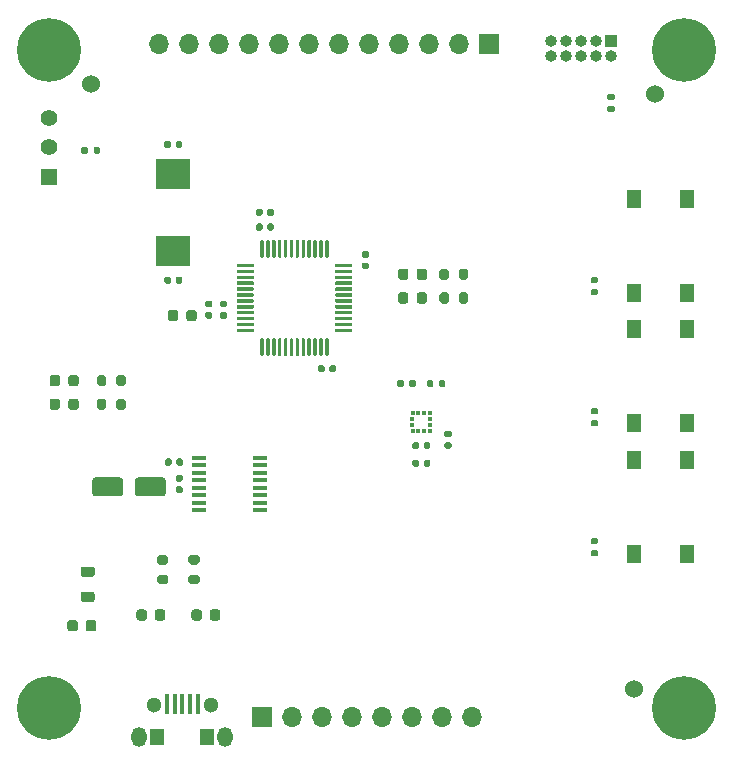
<source format=gbr>
%TF.GenerationSoftware,KiCad,Pcbnew,(5.1.9)-1*%
%TF.CreationDate,2021-05-17T17:29:26-07:00*%
%TF.ProjectId,dev_test_board_v1,6465765f-7465-4737-945f-626f6172645f,rev?*%
%TF.SameCoordinates,Original*%
%TF.FileFunction,Soldermask,Top*%
%TF.FilePolarity,Negative*%
%FSLAX46Y46*%
G04 Gerber Fmt 4.6, Leading zero omitted, Abs format (unit mm)*
G04 Created by KiCad (PCBNEW (5.1.9)-1) date 2021-05-17 17:29:26*
%MOMM*%
%LPD*%
G01*
G04 APERTURE LIST*
%ADD10R,1.275000X1.400000*%
%ADD11C,1.300000*%
%ADD12O,1.300000X1.700000*%
%ADD13R,0.400000X1.750000*%
%ADD14C,1.524000*%
%ADD15R,1.300000X1.550000*%
%ADD16R,1.400000X1.400000*%
%ADD17C,1.400000*%
%ADD18C,5.400000*%
%ADD19C,0.800000*%
%ADD20R,1.000000X1.000000*%
%ADD21O,1.000000X1.000000*%
%ADD22R,1.700000X1.700000*%
%ADD23O,1.700000X1.700000*%
%ADD24R,1.200000X0.400000*%
%ADD25R,0.350000X0.375000*%
%ADD26R,0.375000X0.350000*%
%ADD27R,3.000000X2.500000*%
G04 APERTURE END LIST*
D10*
%TO.C,J1*%
X202862500Y-127150000D03*
X207137500Y-127150000D03*
D11*
X202575000Y-124500000D03*
X207425000Y-124500000D03*
D12*
X201375000Y-127150000D03*
X208625000Y-127150000D03*
D13*
X203700000Y-124375000D03*
X206300000Y-124375000D03*
X205650000Y-124375000D03*
X204350000Y-124375000D03*
X205000000Y-124375000D03*
%TD*%
%TO.C,R2*%
G36*
G01*
X203075000Y-113425000D02*
X203625000Y-113425000D01*
G75*
G02*
X203825000Y-113625000I0J-200000D01*
G01*
X203825000Y-114025000D01*
G75*
G02*
X203625000Y-114225000I-200000J0D01*
G01*
X203075000Y-114225000D01*
G75*
G02*
X202875000Y-114025000I0J200000D01*
G01*
X202875000Y-113625000D01*
G75*
G02*
X203075000Y-113425000I200000J0D01*
G01*
G37*
G36*
G01*
X203075000Y-111775000D02*
X203625000Y-111775000D01*
G75*
G02*
X203825000Y-111975000I0J-200000D01*
G01*
X203825000Y-112375000D01*
G75*
G02*
X203625000Y-112575000I-200000J0D01*
G01*
X203075000Y-112575000D01*
G75*
G02*
X202875000Y-112375000I0J200000D01*
G01*
X202875000Y-111975000D01*
G75*
G02*
X203075000Y-111775000I200000J0D01*
G01*
G37*
%TD*%
%TO.C,R1*%
G36*
G01*
X205725000Y-113425000D02*
X206275000Y-113425000D01*
G75*
G02*
X206475000Y-113625000I0J-200000D01*
G01*
X206475000Y-114025000D01*
G75*
G02*
X206275000Y-114225000I-200000J0D01*
G01*
X205725000Y-114225000D01*
G75*
G02*
X205525000Y-114025000I0J200000D01*
G01*
X205525000Y-113625000D01*
G75*
G02*
X205725000Y-113425000I200000J0D01*
G01*
G37*
G36*
G01*
X205725000Y-111775000D02*
X206275000Y-111775000D01*
G75*
G02*
X206475000Y-111975000I0J-200000D01*
G01*
X206475000Y-112375000D01*
G75*
G02*
X206275000Y-112575000I-200000J0D01*
G01*
X205725000Y-112575000D01*
G75*
G02*
X205525000Y-112375000I0J200000D01*
G01*
X205525000Y-111975000D01*
G75*
G02*
X205725000Y-111775000I200000J0D01*
G01*
G37*
%TD*%
D14*
%TO.C,REF\u002A\u002A*%
X243250000Y-123150000D03*
%TD*%
%TO.C,REF\u002A\u002A*%
X197300000Y-71850000D03*
%TD*%
%TO.C,REF\u002A\u002A*%
X197300000Y-71850000D03*
%TD*%
%TO.C,REF\u002A\u002A*%
X245000000Y-72750000D03*
%TD*%
%TO.C,R13*%
G36*
G01*
X239715000Y-89240000D02*
X240085000Y-89240000D01*
G75*
G02*
X240220000Y-89375000I0J-135000D01*
G01*
X240220000Y-89645000D01*
G75*
G02*
X240085000Y-89780000I-135000J0D01*
G01*
X239715000Y-89780000D01*
G75*
G02*
X239580000Y-89645000I0J135000D01*
G01*
X239580000Y-89375000D01*
G75*
G02*
X239715000Y-89240000I135000J0D01*
G01*
G37*
G36*
G01*
X239715000Y-88220000D02*
X240085000Y-88220000D01*
G75*
G02*
X240220000Y-88355000I0J-135000D01*
G01*
X240220000Y-88625000D01*
G75*
G02*
X240085000Y-88760000I-135000J0D01*
G01*
X239715000Y-88760000D01*
G75*
G02*
X239580000Y-88625000I0J135000D01*
G01*
X239580000Y-88355000D01*
G75*
G02*
X239715000Y-88220000I135000J0D01*
G01*
G37*
%TD*%
%TO.C,R12*%
G36*
G01*
X239715000Y-100340000D02*
X240085000Y-100340000D01*
G75*
G02*
X240220000Y-100475000I0J-135000D01*
G01*
X240220000Y-100745000D01*
G75*
G02*
X240085000Y-100880000I-135000J0D01*
G01*
X239715000Y-100880000D01*
G75*
G02*
X239580000Y-100745000I0J135000D01*
G01*
X239580000Y-100475000D01*
G75*
G02*
X239715000Y-100340000I135000J0D01*
G01*
G37*
G36*
G01*
X239715000Y-99320000D02*
X240085000Y-99320000D01*
G75*
G02*
X240220000Y-99455000I0J-135000D01*
G01*
X240220000Y-99725000D01*
G75*
G02*
X240085000Y-99860000I-135000J0D01*
G01*
X239715000Y-99860000D01*
G75*
G02*
X239580000Y-99725000I0J135000D01*
G01*
X239580000Y-99455000D01*
G75*
G02*
X239715000Y-99320000I135000J0D01*
G01*
G37*
%TD*%
%TO.C,R11*%
G36*
G01*
X239715000Y-111340000D02*
X240085000Y-111340000D01*
G75*
G02*
X240220000Y-111475000I0J-135000D01*
G01*
X240220000Y-111745000D01*
G75*
G02*
X240085000Y-111880000I-135000J0D01*
G01*
X239715000Y-111880000D01*
G75*
G02*
X239580000Y-111745000I0J135000D01*
G01*
X239580000Y-111475000D01*
G75*
G02*
X239715000Y-111340000I135000J0D01*
G01*
G37*
G36*
G01*
X239715000Y-110320000D02*
X240085000Y-110320000D01*
G75*
G02*
X240220000Y-110455000I0J-135000D01*
G01*
X240220000Y-110725000D01*
G75*
G02*
X240085000Y-110860000I-135000J0D01*
G01*
X239715000Y-110860000D01*
G75*
G02*
X239580000Y-110725000I0J135000D01*
G01*
X239580000Y-110455000D01*
G75*
G02*
X239715000Y-110320000I135000J0D01*
G01*
G37*
%TD*%
D15*
%TO.C,SW4*%
X247740000Y-81605000D03*
X243240000Y-81605000D03*
X243240000Y-89555000D03*
X247740000Y-89555000D03*
%TD*%
%TO.C,SW3*%
X247740000Y-92655000D03*
X243240000Y-92655000D03*
X243240000Y-100605000D03*
X247740000Y-100605000D03*
%TD*%
%TO.C,D2*%
G36*
G01*
X194650000Y-98743750D02*
X194650000Y-99256250D01*
G75*
G02*
X194431250Y-99475000I-218750J0D01*
G01*
X193993750Y-99475000D01*
G75*
G02*
X193775000Y-99256250I0J218750D01*
G01*
X193775000Y-98743750D01*
G75*
G02*
X193993750Y-98525000I218750J0D01*
G01*
X194431250Y-98525000D01*
G75*
G02*
X194650000Y-98743750I0J-218750D01*
G01*
G37*
G36*
G01*
X196225000Y-98743750D02*
X196225000Y-99256250D01*
G75*
G02*
X196006250Y-99475000I-218750J0D01*
G01*
X195568750Y-99475000D01*
G75*
G02*
X195350000Y-99256250I0J218750D01*
G01*
X195350000Y-98743750D01*
G75*
G02*
X195568750Y-98525000I218750J0D01*
G01*
X196006250Y-98525000D01*
G75*
G02*
X196225000Y-98743750I0J-218750D01*
G01*
G37*
%TD*%
%TO.C,D3*%
G36*
G01*
X196225000Y-96743750D02*
X196225000Y-97256250D01*
G75*
G02*
X196006250Y-97475000I-218750J0D01*
G01*
X195568750Y-97475000D01*
G75*
G02*
X195350000Y-97256250I0J218750D01*
G01*
X195350000Y-96743750D01*
G75*
G02*
X195568750Y-96525000I218750J0D01*
G01*
X196006250Y-96525000D01*
G75*
G02*
X196225000Y-96743750I0J-218750D01*
G01*
G37*
G36*
G01*
X194650000Y-96743750D02*
X194650000Y-97256250D01*
G75*
G02*
X194431250Y-97475000I-218750J0D01*
G01*
X193993750Y-97475000D01*
G75*
G02*
X193775000Y-97256250I0J218750D01*
G01*
X193775000Y-96743750D01*
G75*
G02*
X193993750Y-96525000I218750J0D01*
G01*
X194431250Y-96525000D01*
G75*
G02*
X194650000Y-96743750I0J-218750D01*
G01*
G37*
%TD*%
%TO.C,R4*%
G36*
G01*
X197775000Y-97275000D02*
X197775000Y-96725000D01*
G75*
G02*
X197975000Y-96525000I200000J0D01*
G01*
X198375000Y-96525000D01*
G75*
G02*
X198575000Y-96725000I0J-200000D01*
G01*
X198575000Y-97275000D01*
G75*
G02*
X198375000Y-97475000I-200000J0D01*
G01*
X197975000Y-97475000D01*
G75*
G02*
X197775000Y-97275000I0J200000D01*
G01*
G37*
G36*
G01*
X199425000Y-97275000D02*
X199425000Y-96725000D01*
G75*
G02*
X199625000Y-96525000I200000J0D01*
G01*
X200025000Y-96525000D01*
G75*
G02*
X200225000Y-96725000I0J-200000D01*
G01*
X200225000Y-97275000D01*
G75*
G02*
X200025000Y-97475000I-200000J0D01*
G01*
X199625000Y-97475000D01*
G75*
G02*
X199425000Y-97275000I0J200000D01*
G01*
G37*
%TD*%
%TO.C,R3*%
G36*
G01*
X199425000Y-99275000D02*
X199425000Y-98725000D01*
G75*
G02*
X199625000Y-98525000I200000J0D01*
G01*
X200025000Y-98525000D01*
G75*
G02*
X200225000Y-98725000I0J-200000D01*
G01*
X200225000Y-99275000D01*
G75*
G02*
X200025000Y-99475000I-200000J0D01*
G01*
X199625000Y-99475000D01*
G75*
G02*
X199425000Y-99275000I0J200000D01*
G01*
G37*
G36*
G01*
X197775000Y-99275000D02*
X197775000Y-98725000D01*
G75*
G02*
X197975000Y-98525000I200000J0D01*
G01*
X198375000Y-98525000D01*
G75*
G02*
X198575000Y-98725000I0J-200000D01*
G01*
X198575000Y-99275000D01*
G75*
G02*
X198375000Y-99475000I-200000J0D01*
G01*
X197975000Y-99475000D01*
G75*
G02*
X197775000Y-99275000I0J200000D01*
G01*
G37*
%TD*%
D16*
%TO.C,SW1*%
X193750000Y-79750000D03*
D17*
X193750000Y-77250000D03*
X193750000Y-74750000D03*
%TD*%
%TO.C,C1*%
G36*
G01*
X197725000Y-117500000D02*
X197725000Y-118000000D01*
G75*
G02*
X197500000Y-118225000I-225000J0D01*
G01*
X197050000Y-118225000D01*
G75*
G02*
X196825000Y-118000000I0J225000D01*
G01*
X196825000Y-117500000D01*
G75*
G02*
X197050000Y-117275000I225000J0D01*
G01*
X197500000Y-117275000D01*
G75*
G02*
X197725000Y-117500000I0J-225000D01*
G01*
G37*
G36*
G01*
X196175000Y-117500000D02*
X196175000Y-118000000D01*
G75*
G02*
X195950000Y-118225000I-225000J0D01*
G01*
X195500000Y-118225000D01*
G75*
G02*
X195275000Y-118000000I0J225000D01*
G01*
X195275000Y-117500000D01*
G75*
G02*
X195500000Y-117275000I225000J0D01*
G01*
X195950000Y-117275000D01*
G75*
G02*
X196175000Y-117500000I0J-225000D01*
G01*
G37*
%TD*%
%TO.C,C2*%
G36*
G01*
X203600000Y-105450000D02*
X203600000Y-106550000D01*
G75*
G02*
X203350000Y-106800000I-250000J0D01*
G01*
X201250000Y-106800000D01*
G75*
G02*
X201000000Y-106550000I0J250000D01*
G01*
X201000000Y-105450000D01*
G75*
G02*
X201250000Y-105200000I250000J0D01*
G01*
X203350000Y-105200000D01*
G75*
G02*
X203600000Y-105450000I0J-250000D01*
G01*
G37*
G36*
G01*
X200000000Y-105450000D02*
X200000000Y-106550000D01*
G75*
G02*
X199750000Y-106800000I-250000J0D01*
G01*
X197650000Y-106800000D01*
G75*
G02*
X197400000Y-106550000I0J250000D01*
G01*
X197400000Y-105450000D01*
G75*
G02*
X197650000Y-105200000I250000J0D01*
G01*
X199750000Y-105200000D01*
G75*
G02*
X200000000Y-105450000I0J-250000D01*
G01*
G37*
%TD*%
%TO.C,C3*%
G36*
G01*
X204580000Y-104990000D02*
X204920000Y-104990000D01*
G75*
G02*
X205060000Y-105130000I0J-140000D01*
G01*
X205060000Y-105410000D01*
G75*
G02*
X204920000Y-105550000I-140000J0D01*
G01*
X204580000Y-105550000D01*
G75*
G02*
X204440000Y-105410000I0J140000D01*
G01*
X204440000Y-105130000D01*
G75*
G02*
X204580000Y-104990000I140000J0D01*
G01*
G37*
G36*
G01*
X204580000Y-105950000D02*
X204920000Y-105950000D01*
G75*
G02*
X205060000Y-106090000I0J-140000D01*
G01*
X205060000Y-106370000D01*
G75*
G02*
X204920000Y-106510000I-140000J0D01*
G01*
X204580000Y-106510000D01*
G75*
G02*
X204440000Y-106370000I0J140000D01*
G01*
X204440000Y-106090000D01*
G75*
G02*
X204580000Y-105950000I140000J0D01*
G01*
G37*
%TD*%
%TO.C,C4*%
G36*
G01*
X204100000Y-103730000D02*
X204100000Y-104070000D01*
G75*
G02*
X203960000Y-104210000I-140000J0D01*
G01*
X203680000Y-104210000D01*
G75*
G02*
X203540000Y-104070000I0J140000D01*
G01*
X203540000Y-103730000D01*
G75*
G02*
X203680000Y-103590000I140000J0D01*
G01*
X203960000Y-103590000D01*
G75*
G02*
X204100000Y-103730000I0J-140000D01*
G01*
G37*
G36*
G01*
X205060000Y-103730000D02*
X205060000Y-104070000D01*
G75*
G02*
X204920000Y-104210000I-140000J0D01*
G01*
X204640000Y-104210000D01*
G75*
G02*
X204500000Y-104070000I0J140000D01*
G01*
X204500000Y-103730000D01*
G75*
G02*
X204640000Y-103590000I140000J0D01*
G01*
X204920000Y-103590000D01*
G75*
G02*
X205060000Y-103730000I0J-140000D01*
G01*
G37*
%TD*%
%TO.C,C5*%
G36*
G01*
X208225000Y-116600000D02*
X208225000Y-117100000D01*
G75*
G02*
X208000000Y-117325000I-225000J0D01*
G01*
X207550000Y-117325000D01*
G75*
G02*
X207325000Y-117100000I0J225000D01*
G01*
X207325000Y-116600000D01*
G75*
G02*
X207550000Y-116375000I225000J0D01*
G01*
X208000000Y-116375000D01*
G75*
G02*
X208225000Y-116600000I0J-225000D01*
G01*
G37*
G36*
G01*
X206675000Y-116600000D02*
X206675000Y-117100000D01*
G75*
G02*
X206450000Y-117325000I-225000J0D01*
G01*
X206000000Y-117325000D01*
G75*
G02*
X205775000Y-117100000I0J225000D01*
G01*
X205775000Y-116600000D01*
G75*
G02*
X206000000Y-116375000I225000J0D01*
G01*
X206450000Y-116375000D01*
G75*
G02*
X206675000Y-116600000I0J-225000D01*
G01*
G37*
%TD*%
%TO.C,C6*%
G36*
G01*
X202025000Y-116600000D02*
X202025000Y-117100000D01*
G75*
G02*
X201800000Y-117325000I-225000J0D01*
G01*
X201350000Y-117325000D01*
G75*
G02*
X201125000Y-117100000I0J225000D01*
G01*
X201125000Y-116600000D01*
G75*
G02*
X201350000Y-116375000I225000J0D01*
G01*
X201800000Y-116375000D01*
G75*
G02*
X202025000Y-116600000I0J-225000D01*
G01*
G37*
G36*
G01*
X203575000Y-116600000D02*
X203575000Y-117100000D01*
G75*
G02*
X203350000Y-117325000I-225000J0D01*
G01*
X202900000Y-117325000D01*
G75*
G02*
X202675000Y-117100000I0J225000D01*
G01*
X202675000Y-116600000D01*
G75*
G02*
X202900000Y-116375000I225000J0D01*
G01*
X203350000Y-116375000D01*
G75*
G02*
X203575000Y-116600000I0J-225000D01*
G01*
G37*
%TD*%
%TO.C,C7*%
G36*
G01*
X211240000Y-82920000D02*
X211240000Y-82580000D01*
G75*
G02*
X211380000Y-82440000I140000J0D01*
G01*
X211660000Y-82440000D01*
G75*
G02*
X211800000Y-82580000I0J-140000D01*
G01*
X211800000Y-82920000D01*
G75*
G02*
X211660000Y-83060000I-140000J0D01*
G01*
X211380000Y-83060000D01*
G75*
G02*
X211240000Y-82920000I0J140000D01*
G01*
G37*
G36*
G01*
X212200000Y-82920000D02*
X212200000Y-82580000D01*
G75*
G02*
X212340000Y-82440000I140000J0D01*
G01*
X212620000Y-82440000D01*
G75*
G02*
X212760000Y-82580000I0J-140000D01*
G01*
X212760000Y-82920000D01*
G75*
G02*
X212620000Y-83060000I-140000J0D01*
G01*
X212340000Y-83060000D01*
G75*
G02*
X212200000Y-82920000I0J140000D01*
G01*
G37*
%TD*%
%TO.C,C8*%
G36*
G01*
X212200000Y-84170000D02*
X212200000Y-83830000D01*
G75*
G02*
X212340000Y-83690000I140000J0D01*
G01*
X212620000Y-83690000D01*
G75*
G02*
X212760000Y-83830000I0J-140000D01*
G01*
X212760000Y-84170000D01*
G75*
G02*
X212620000Y-84310000I-140000J0D01*
G01*
X212340000Y-84310000D01*
G75*
G02*
X212200000Y-84170000I0J140000D01*
G01*
G37*
G36*
G01*
X211240000Y-84170000D02*
X211240000Y-83830000D01*
G75*
G02*
X211380000Y-83690000I140000J0D01*
G01*
X211660000Y-83690000D01*
G75*
G02*
X211800000Y-83830000I0J-140000D01*
G01*
X211800000Y-84170000D01*
G75*
G02*
X211660000Y-84310000I-140000J0D01*
G01*
X211380000Y-84310000D01*
G75*
G02*
X211240000Y-84170000I0J140000D01*
G01*
G37*
%TD*%
%TO.C,C9*%
G36*
G01*
X220330000Y-86040000D02*
X220670000Y-86040000D01*
G75*
G02*
X220810000Y-86180000I0J-140000D01*
G01*
X220810000Y-86460000D01*
G75*
G02*
X220670000Y-86600000I-140000J0D01*
G01*
X220330000Y-86600000D01*
G75*
G02*
X220190000Y-86460000I0J140000D01*
G01*
X220190000Y-86180000D01*
G75*
G02*
X220330000Y-86040000I140000J0D01*
G01*
G37*
G36*
G01*
X220330000Y-87000000D02*
X220670000Y-87000000D01*
G75*
G02*
X220810000Y-87140000I0J-140000D01*
G01*
X220810000Y-87420000D01*
G75*
G02*
X220670000Y-87560000I-140000J0D01*
G01*
X220330000Y-87560000D01*
G75*
G02*
X220190000Y-87420000I0J140000D01*
G01*
X220190000Y-87140000D01*
G75*
G02*
X220330000Y-87000000I140000J0D01*
G01*
G37*
%TD*%
%TO.C,C10*%
G36*
G01*
X218010000Y-95830000D02*
X218010000Y-96170000D01*
G75*
G02*
X217870000Y-96310000I-140000J0D01*
G01*
X217590000Y-96310000D01*
G75*
G02*
X217450000Y-96170000I0J140000D01*
G01*
X217450000Y-95830000D01*
G75*
G02*
X217590000Y-95690000I140000J0D01*
G01*
X217870000Y-95690000D01*
G75*
G02*
X218010000Y-95830000I0J-140000D01*
G01*
G37*
G36*
G01*
X217050000Y-95830000D02*
X217050000Y-96170000D01*
G75*
G02*
X216910000Y-96310000I-140000J0D01*
G01*
X216630000Y-96310000D01*
G75*
G02*
X216490000Y-96170000I0J140000D01*
G01*
X216490000Y-95830000D01*
G75*
G02*
X216630000Y-95690000I140000J0D01*
G01*
X216910000Y-95690000D01*
G75*
G02*
X217050000Y-95830000I0J-140000D01*
G01*
G37*
%TD*%
%TO.C,C11*%
G36*
G01*
X207420000Y-90800000D02*
X207080000Y-90800000D01*
G75*
G02*
X206940000Y-90660000I0J140000D01*
G01*
X206940000Y-90380000D01*
G75*
G02*
X207080000Y-90240000I140000J0D01*
G01*
X207420000Y-90240000D01*
G75*
G02*
X207560000Y-90380000I0J-140000D01*
G01*
X207560000Y-90660000D01*
G75*
G02*
X207420000Y-90800000I-140000J0D01*
G01*
G37*
G36*
G01*
X207420000Y-91760000D02*
X207080000Y-91760000D01*
G75*
G02*
X206940000Y-91620000I0J140000D01*
G01*
X206940000Y-91340000D01*
G75*
G02*
X207080000Y-91200000I140000J0D01*
G01*
X207420000Y-91200000D01*
G75*
G02*
X207560000Y-91340000I0J-140000D01*
G01*
X207560000Y-91620000D01*
G75*
G02*
X207420000Y-91760000I-140000J0D01*
G01*
G37*
%TD*%
%TO.C,C12*%
G36*
G01*
X208670000Y-91760000D02*
X208330000Y-91760000D01*
G75*
G02*
X208190000Y-91620000I0J140000D01*
G01*
X208190000Y-91340000D01*
G75*
G02*
X208330000Y-91200000I140000J0D01*
G01*
X208670000Y-91200000D01*
G75*
G02*
X208810000Y-91340000I0J-140000D01*
G01*
X208810000Y-91620000D01*
G75*
G02*
X208670000Y-91760000I-140000J0D01*
G01*
G37*
G36*
G01*
X208670000Y-90800000D02*
X208330000Y-90800000D01*
G75*
G02*
X208190000Y-90660000I0J140000D01*
G01*
X208190000Y-90380000D01*
G75*
G02*
X208330000Y-90240000I140000J0D01*
G01*
X208670000Y-90240000D01*
G75*
G02*
X208810000Y-90380000I0J-140000D01*
G01*
X208810000Y-90660000D01*
G75*
G02*
X208670000Y-90800000I-140000J0D01*
G01*
G37*
%TD*%
%TO.C,C13*%
G36*
G01*
X205010000Y-76830000D02*
X205010000Y-77170000D01*
G75*
G02*
X204870000Y-77310000I-140000J0D01*
G01*
X204590000Y-77310000D01*
G75*
G02*
X204450000Y-77170000I0J140000D01*
G01*
X204450000Y-76830000D01*
G75*
G02*
X204590000Y-76690000I140000J0D01*
G01*
X204870000Y-76690000D01*
G75*
G02*
X205010000Y-76830000I0J-140000D01*
G01*
G37*
G36*
G01*
X204050000Y-76830000D02*
X204050000Y-77170000D01*
G75*
G02*
X203910000Y-77310000I-140000J0D01*
G01*
X203630000Y-77310000D01*
G75*
G02*
X203490000Y-77170000I0J140000D01*
G01*
X203490000Y-76830000D01*
G75*
G02*
X203630000Y-76690000I140000J0D01*
G01*
X203910000Y-76690000D01*
G75*
G02*
X204050000Y-76830000I0J-140000D01*
G01*
G37*
%TD*%
%TO.C,C14*%
G36*
G01*
X205010000Y-88330000D02*
X205010000Y-88670000D01*
G75*
G02*
X204870000Y-88810000I-140000J0D01*
G01*
X204590000Y-88810000D01*
G75*
G02*
X204450000Y-88670000I0J140000D01*
G01*
X204450000Y-88330000D01*
G75*
G02*
X204590000Y-88190000I140000J0D01*
G01*
X204870000Y-88190000D01*
G75*
G02*
X205010000Y-88330000I0J-140000D01*
G01*
G37*
G36*
G01*
X204050000Y-88330000D02*
X204050000Y-88670000D01*
G75*
G02*
X203910000Y-88810000I-140000J0D01*
G01*
X203630000Y-88810000D01*
G75*
G02*
X203490000Y-88670000I0J140000D01*
G01*
X203490000Y-88330000D01*
G75*
G02*
X203630000Y-88190000I140000J0D01*
G01*
X203910000Y-88190000D01*
G75*
G02*
X204050000Y-88330000I0J-140000D01*
G01*
G37*
%TD*%
%TO.C,C15*%
G36*
G01*
X225050000Y-103830000D02*
X225050000Y-104170000D01*
G75*
G02*
X224910000Y-104310000I-140000J0D01*
G01*
X224630000Y-104310000D01*
G75*
G02*
X224490000Y-104170000I0J140000D01*
G01*
X224490000Y-103830000D01*
G75*
G02*
X224630000Y-103690000I140000J0D01*
G01*
X224910000Y-103690000D01*
G75*
G02*
X225050000Y-103830000I0J-140000D01*
G01*
G37*
G36*
G01*
X226010000Y-103830000D02*
X226010000Y-104170000D01*
G75*
G02*
X225870000Y-104310000I-140000J0D01*
G01*
X225590000Y-104310000D01*
G75*
G02*
X225450000Y-104170000I0J140000D01*
G01*
X225450000Y-103830000D01*
G75*
G02*
X225590000Y-103690000I140000J0D01*
G01*
X225870000Y-103690000D01*
G75*
G02*
X226010000Y-103830000I0J-140000D01*
G01*
G37*
%TD*%
%TO.C,C16*%
G36*
G01*
X225050000Y-102330000D02*
X225050000Y-102670000D01*
G75*
G02*
X224910000Y-102810000I-140000J0D01*
G01*
X224630000Y-102810000D01*
G75*
G02*
X224490000Y-102670000I0J140000D01*
G01*
X224490000Y-102330000D01*
G75*
G02*
X224630000Y-102190000I140000J0D01*
G01*
X224910000Y-102190000D01*
G75*
G02*
X225050000Y-102330000I0J-140000D01*
G01*
G37*
G36*
G01*
X226010000Y-102330000D02*
X226010000Y-102670000D01*
G75*
G02*
X225870000Y-102810000I-140000J0D01*
G01*
X225590000Y-102810000D01*
G75*
G02*
X225450000Y-102670000I0J140000D01*
G01*
X225450000Y-102330000D01*
G75*
G02*
X225590000Y-102190000I140000J0D01*
G01*
X225870000Y-102190000D01*
G75*
G02*
X226010000Y-102330000I0J-140000D01*
G01*
G37*
%TD*%
%TO.C,C17*%
G36*
G01*
X227330000Y-102200000D02*
X227670000Y-102200000D01*
G75*
G02*
X227810000Y-102340000I0J-140000D01*
G01*
X227810000Y-102620000D01*
G75*
G02*
X227670000Y-102760000I-140000J0D01*
G01*
X227330000Y-102760000D01*
G75*
G02*
X227190000Y-102620000I0J140000D01*
G01*
X227190000Y-102340000D01*
G75*
G02*
X227330000Y-102200000I140000J0D01*
G01*
G37*
G36*
G01*
X227330000Y-101240000D02*
X227670000Y-101240000D01*
G75*
G02*
X227810000Y-101380000I0J-140000D01*
G01*
X227810000Y-101660000D01*
G75*
G02*
X227670000Y-101800000I-140000J0D01*
G01*
X227330000Y-101800000D01*
G75*
G02*
X227190000Y-101660000I0J140000D01*
G01*
X227190000Y-101380000D01*
G75*
G02*
X227330000Y-101240000I140000J0D01*
G01*
G37*
%TD*%
%TO.C,D4*%
G36*
G01*
X224150000Y-87743750D02*
X224150000Y-88256250D01*
G75*
G02*
X223931250Y-88475000I-218750J0D01*
G01*
X223493750Y-88475000D01*
G75*
G02*
X223275000Y-88256250I0J218750D01*
G01*
X223275000Y-87743750D01*
G75*
G02*
X223493750Y-87525000I218750J0D01*
G01*
X223931250Y-87525000D01*
G75*
G02*
X224150000Y-87743750I0J-218750D01*
G01*
G37*
G36*
G01*
X225725000Y-87743750D02*
X225725000Y-88256250D01*
G75*
G02*
X225506250Y-88475000I-218750J0D01*
G01*
X225068750Y-88475000D01*
G75*
G02*
X224850000Y-88256250I0J218750D01*
G01*
X224850000Y-87743750D01*
G75*
G02*
X225068750Y-87525000I218750J0D01*
G01*
X225506250Y-87525000D01*
G75*
G02*
X225725000Y-87743750I0J-218750D01*
G01*
G37*
%TD*%
%TO.C,D5*%
G36*
G01*
X225725000Y-89743750D02*
X225725000Y-90256250D01*
G75*
G02*
X225506250Y-90475000I-218750J0D01*
G01*
X225068750Y-90475000D01*
G75*
G02*
X224850000Y-90256250I0J218750D01*
G01*
X224850000Y-89743750D01*
G75*
G02*
X225068750Y-89525000I218750J0D01*
G01*
X225506250Y-89525000D01*
G75*
G02*
X225725000Y-89743750I0J-218750D01*
G01*
G37*
G36*
G01*
X224150000Y-89743750D02*
X224150000Y-90256250D01*
G75*
G02*
X223931250Y-90475000I-218750J0D01*
G01*
X223493750Y-90475000D01*
G75*
G02*
X223275000Y-90256250I0J218750D01*
G01*
X223275000Y-89743750D01*
G75*
G02*
X223493750Y-89525000I218750J0D01*
G01*
X223931250Y-89525000D01*
G75*
G02*
X224150000Y-89743750I0J-218750D01*
G01*
G37*
%TD*%
%TO.C,FB1*%
G36*
G01*
X196618750Y-112750000D02*
X197381250Y-112750000D01*
G75*
G02*
X197600000Y-112968750I0J-218750D01*
G01*
X197600000Y-113406250D01*
G75*
G02*
X197381250Y-113625000I-218750J0D01*
G01*
X196618750Y-113625000D01*
G75*
G02*
X196400000Y-113406250I0J218750D01*
G01*
X196400000Y-112968750D01*
G75*
G02*
X196618750Y-112750000I218750J0D01*
G01*
G37*
G36*
G01*
X196618750Y-114875000D02*
X197381250Y-114875000D01*
G75*
G02*
X197600000Y-115093750I0J-218750D01*
G01*
X197600000Y-115531250D01*
G75*
G02*
X197381250Y-115750000I-218750J0D01*
G01*
X196618750Y-115750000D01*
G75*
G02*
X196400000Y-115531250I0J218750D01*
G01*
X196400000Y-115093750D01*
G75*
G02*
X196618750Y-114875000I218750J0D01*
G01*
G37*
%TD*%
D18*
%TO.C,H1*%
X247500000Y-69000000D03*
D19*
X249525000Y-69000000D03*
X248931891Y-70431891D03*
X247500000Y-71025000D03*
X246068109Y-70431891D03*
X245475000Y-69000000D03*
X246068109Y-67568109D03*
X247500000Y-66975000D03*
X248931891Y-67568109D03*
%TD*%
%TO.C,H2*%
X195181891Y-67568109D03*
X193750000Y-66975000D03*
X192318109Y-67568109D03*
X191725000Y-69000000D03*
X192318109Y-70431891D03*
X193750000Y-71025000D03*
X195181891Y-70431891D03*
X195775000Y-69000000D03*
D18*
X193750000Y-69000000D03*
%TD*%
D19*
%TO.C,H3*%
X195181891Y-123318109D03*
X193750000Y-122725000D03*
X192318109Y-123318109D03*
X191725000Y-124750000D03*
X192318109Y-126181891D03*
X193750000Y-126775000D03*
X195181891Y-126181891D03*
X195775000Y-124750000D03*
D18*
X193750000Y-124750000D03*
%TD*%
%TO.C,H4*%
X247500000Y-124750000D03*
D19*
X249525000Y-124750000D03*
X248931891Y-126181891D03*
X247500000Y-126775000D03*
X246068109Y-126181891D03*
X245475000Y-124750000D03*
X246068109Y-123318109D03*
X247500000Y-122725000D03*
X248931891Y-123318109D03*
%TD*%
D20*
%TO.C,J2*%
X241290000Y-68250000D03*
D21*
X241290000Y-69520000D03*
X240020000Y-68250000D03*
X240020000Y-69520000D03*
X238750000Y-68250000D03*
X238750000Y-69520000D03*
X237480000Y-68250000D03*
X237480000Y-69520000D03*
X236210000Y-68250000D03*
X236210000Y-69520000D03*
%TD*%
D22*
%TO.C,J3*%
X211750000Y-125500000D03*
D23*
X214290000Y-125500000D03*
X216830000Y-125500000D03*
X219370000Y-125500000D03*
X221910000Y-125500000D03*
X224450000Y-125500000D03*
X226990000Y-125500000D03*
X229530000Y-125500000D03*
%TD*%
D22*
%TO.C,J4*%
X231000000Y-68500000D03*
D23*
X228460000Y-68500000D03*
X225920000Y-68500000D03*
X223380000Y-68500000D03*
X220840000Y-68500000D03*
X218300000Y-68500000D03*
X215760000Y-68500000D03*
X213220000Y-68500000D03*
X210680000Y-68500000D03*
X208140000Y-68500000D03*
X205600000Y-68500000D03*
X203060000Y-68500000D03*
%TD*%
%TO.C,L1*%
G36*
G01*
X206225000Y-91243750D02*
X206225000Y-91756250D01*
G75*
G02*
X206006250Y-91975000I-218750J0D01*
G01*
X205568750Y-91975000D01*
G75*
G02*
X205350000Y-91756250I0J218750D01*
G01*
X205350000Y-91243750D01*
G75*
G02*
X205568750Y-91025000I218750J0D01*
G01*
X206006250Y-91025000D01*
G75*
G02*
X206225000Y-91243750I0J-218750D01*
G01*
G37*
G36*
G01*
X204650000Y-91243750D02*
X204650000Y-91756250D01*
G75*
G02*
X204431250Y-91975000I-218750J0D01*
G01*
X203993750Y-91975000D01*
G75*
G02*
X203775000Y-91756250I0J218750D01*
G01*
X203775000Y-91243750D01*
G75*
G02*
X203993750Y-91025000I218750J0D01*
G01*
X204431250Y-91025000D01*
G75*
G02*
X204650000Y-91243750I0J-218750D01*
G01*
G37*
%TD*%
%TO.C,R5*%
G36*
G01*
X196470000Y-77685000D02*
X196470000Y-77315000D01*
G75*
G02*
X196605000Y-77180000I135000J0D01*
G01*
X196875000Y-77180000D01*
G75*
G02*
X197010000Y-77315000I0J-135000D01*
G01*
X197010000Y-77685000D01*
G75*
G02*
X196875000Y-77820000I-135000J0D01*
G01*
X196605000Y-77820000D01*
G75*
G02*
X196470000Y-77685000I0J135000D01*
G01*
G37*
G36*
G01*
X197490000Y-77685000D02*
X197490000Y-77315000D01*
G75*
G02*
X197625000Y-77180000I135000J0D01*
G01*
X197895000Y-77180000D01*
G75*
G02*
X198030000Y-77315000I0J-135000D01*
G01*
X198030000Y-77685000D01*
G75*
G02*
X197895000Y-77820000I-135000J0D01*
G01*
X197625000Y-77820000D01*
G75*
G02*
X197490000Y-77685000I0J135000D01*
G01*
G37*
%TD*%
%TO.C,R6*%
G36*
G01*
X226775000Y-88275000D02*
X226775000Y-87725000D01*
G75*
G02*
X226975000Y-87525000I200000J0D01*
G01*
X227375000Y-87525000D01*
G75*
G02*
X227575000Y-87725000I0J-200000D01*
G01*
X227575000Y-88275000D01*
G75*
G02*
X227375000Y-88475000I-200000J0D01*
G01*
X226975000Y-88475000D01*
G75*
G02*
X226775000Y-88275000I0J200000D01*
G01*
G37*
G36*
G01*
X228425000Y-88275000D02*
X228425000Y-87725000D01*
G75*
G02*
X228625000Y-87525000I200000J0D01*
G01*
X229025000Y-87525000D01*
G75*
G02*
X229225000Y-87725000I0J-200000D01*
G01*
X229225000Y-88275000D01*
G75*
G02*
X229025000Y-88475000I-200000J0D01*
G01*
X228625000Y-88475000D01*
G75*
G02*
X228425000Y-88275000I0J200000D01*
G01*
G37*
%TD*%
%TO.C,R7*%
G36*
G01*
X228425000Y-90275000D02*
X228425000Y-89725000D01*
G75*
G02*
X228625000Y-89525000I200000J0D01*
G01*
X229025000Y-89525000D01*
G75*
G02*
X229225000Y-89725000I0J-200000D01*
G01*
X229225000Y-90275000D01*
G75*
G02*
X229025000Y-90475000I-200000J0D01*
G01*
X228625000Y-90475000D01*
G75*
G02*
X228425000Y-90275000I0J200000D01*
G01*
G37*
G36*
G01*
X226775000Y-90275000D02*
X226775000Y-89725000D01*
G75*
G02*
X226975000Y-89525000I200000J0D01*
G01*
X227375000Y-89525000D01*
G75*
G02*
X227575000Y-89725000I0J-200000D01*
G01*
X227575000Y-90275000D01*
G75*
G02*
X227375000Y-90475000I-200000J0D01*
G01*
X226975000Y-90475000D01*
G75*
G02*
X226775000Y-90275000I0J200000D01*
G01*
G37*
%TD*%
%TO.C,R8*%
G36*
G01*
X224780000Y-97065000D02*
X224780000Y-97435000D01*
G75*
G02*
X224645000Y-97570000I-135000J0D01*
G01*
X224375000Y-97570000D01*
G75*
G02*
X224240000Y-97435000I0J135000D01*
G01*
X224240000Y-97065000D01*
G75*
G02*
X224375000Y-96930000I135000J0D01*
G01*
X224645000Y-96930000D01*
G75*
G02*
X224780000Y-97065000I0J-135000D01*
G01*
G37*
G36*
G01*
X223760000Y-97065000D02*
X223760000Y-97435000D01*
G75*
G02*
X223625000Y-97570000I-135000J0D01*
G01*
X223355000Y-97570000D01*
G75*
G02*
X223220000Y-97435000I0J135000D01*
G01*
X223220000Y-97065000D01*
G75*
G02*
X223355000Y-96930000I135000J0D01*
G01*
X223625000Y-96930000D01*
G75*
G02*
X223760000Y-97065000I0J-135000D01*
G01*
G37*
%TD*%
%TO.C,R9*%
G36*
G01*
X226260000Y-97065000D02*
X226260000Y-97435000D01*
G75*
G02*
X226125000Y-97570000I-135000J0D01*
G01*
X225855000Y-97570000D01*
G75*
G02*
X225720000Y-97435000I0J135000D01*
G01*
X225720000Y-97065000D01*
G75*
G02*
X225855000Y-96930000I135000J0D01*
G01*
X226125000Y-96930000D01*
G75*
G02*
X226260000Y-97065000I0J-135000D01*
G01*
G37*
G36*
G01*
X227280000Y-97065000D02*
X227280000Y-97435000D01*
G75*
G02*
X227145000Y-97570000I-135000J0D01*
G01*
X226875000Y-97570000D01*
G75*
G02*
X226740000Y-97435000I0J135000D01*
G01*
X226740000Y-97065000D01*
G75*
G02*
X226875000Y-96930000I135000J0D01*
G01*
X227145000Y-96930000D01*
G75*
G02*
X227280000Y-97065000I0J-135000D01*
G01*
G37*
%TD*%
%TO.C,R10*%
G36*
G01*
X241485000Y-73260000D02*
X241115000Y-73260000D01*
G75*
G02*
X240980000Y-73125000I0J135000D01*
G01*
X240980000Y-72855000D01*
G75*
G02*
X241115000Y-72720000I135000J0D01*
G01*
X241485000Y-72720000D01*
G75*
G02*
X241620000Y-72855000I0J-135000D01*
G01*
X241620000Y-73125000D01*
G75*
G02*
X241485000Y-73260000I-135000J0D01*
G01*
G37*
G36*
G01*
X241485000Y-74280000D02*
X241115000Y-74280000D01*
G75*
G02*
X240980000Y-74145000I0J135000D01*
G01*
X240980000Y-73875000D01*
G75*
G02*
X241115000Y-73740000I135000J0D01*
G01*
X241485000Y-73740000D01*
G75*
G02*
X241620000Y-73875000I0J-135000D01*
G01*
X241620000Y-74145000D01*
G75*
G02*
X241485000Y-74280000I-135000J0D01*
G01*
G37*
%TD*%
D15*
%TO.C,SW2*%
X247725000Y-111650000D03*
X243225000Y-111650000D03*
X243225000Y-103700000D03*
X247725000Y-103700000D03*
%TD*%
%TO.C,U1*%
G36*
G01*
X209600000Y-87325000D02*
X209600000Y-87175000D01*
G75*
G02*
X209675000Y-87100000I75000J0D01*
G01*
X211000000Y-87100000D01*
G75*
G02*
X211075000Y-87175000I0J-75000D01*
G01*
X211075000Y-87325000D01*
G75*
G02*
X211000000Y-87400000I-75000J0D01*
G01*
X209675000Y-87400000D01*
G75*
G02*
X209600000Y-87325000I0J75000D01*
G01*
G37*
G36*
G01*
X209600000Y-87825000D02*
X209600000Y-87675000D01*
G75*
G02*
X209675000Y-87600000I75000J0D01*
G01*
X211000000Y-87600000D01*
G75*
G02*
X211075000Y-87675000I0J-75000D01*
G01*
X211075000Y-87825000D01*
G75*
G02*
X211000000Y-87900000I-75000J0D01*
G01*
X209675000Y-87900000D01*
G75*
G02*
X209600000Y-87825000I0J75000D01*
G01*
G37*
G36*
G01*
X209600000Y-88325000D02*
X209600000Y-88175000D01*
G75*
G02*
X209675000Y-88100000I75000J0D01*
G01*
X211000000Y-88100000D01*
G75*
G02*
X211075000Y-88175000I0J-75000D01*
G01*
X211075000Y-88325000D01*
G75*
G02*
X211000000Y-88400000I-75000J0D01*
G01*
X209675000Y-88400000D01*
G75*
G02*
X209600000Y-88325000I0J75000D01*
G01*
G37*
G36*
G01*
X209600000Y-88825000D02*
X209600000Y-88675000D01*
G75*
G02*
X209675000Y-88600000I75000J0D01*
G01*
X211000000Y-88600000D01*
G75*
G02*
X211075000Y-88675000I0J-75000D01*
G01*
X211075000Y-88825000D01*
G75*
G02*
X211000000Y-88900000I-75000J0D01*
G01*
X209675000Y-88900000D01*
G75*
G02*
X209600000Y-88825000I0J75000D01*
G01*
G37*
G36*
G01*
X209600000Y-89325000D02*
X209600000Y-89175000D01*
G75*
G02*
X209675000Y-89100000I75000J0D01*
G01*
X211000000Y-89100000D01*
G75*
G02*
X211075000Y-89175000I0J-75000D01*
G01*
X211075000Y-89325000D01*
G75*
G02*
X211000000Y-89400000I-75000J0D01*
G01*
X209675000Y-89400000D01*
G75*
G02*
X209600000Y-89325000I0J75000D01*
G01*
G37*
G36*
G01*
X209600000Y-89825000D02*
X209600000Y-89675000D01*
G75*
G02*
X209675000Y-89600000I75000J0D01*
G01*
X211000000Y-89600000D01*
G75*
G02*
X211075000Y-89675000I0J-75000D01*
G01*
X211075000Y-89825000D01*
G75*
G02*
X211000000Y-89900000I-75000J0D01*
G01*
X209675000Y-89900000D01*
G75*
G02*
X209600000Y-89825000I0J75000D01*
G01*
G37*
G36*
G01*
X209600000Y-90325000D02*
X209600000Y-90175000D01*
G75*
G02*
X209675000Y-90100000I75000J0D01*
G01*
X211000000Y-90100000D01*
G75*
G02*
X211075000Y-90175000I0J-75000D01*
G01*
X211075000Y-90325000D01*
G75*
G02*
X211000000Y-90400000I-75000J0D01*
G01*
X209675000Y-90400000D01*
G75*
G02*
X209600000Y-90325000I0J75000D01*
G01*
G37*
G36*
G01*
X209600000Y-90825000D02*
X209600000Y-90675000D01*
G75*
G02*
X209675000Y-90600000I75000J0D01*
G01*
X211000000Y-90600000D01*
G75*
G02*
X211075000Y-90675000I0J-75000D01*
G01*
X211075000Y-90825000D01*
G75*
G02*
X211000000Y-90900000I-75000J0D01*
G01*
X209675000Y-90900000D01*
G75*
G02*
X209600000Y-90825000I0J75000D01*
G01*
G37*
G36*
G01*
X209600000Y-91325000D02*
X209600000Y-91175000D01*
G75*
G02*
X209675000Y-91100000I75000J0D01*
G01*
X211000000Y-91100000D01*
G75*
G02*
X211075000Y-91175000I0J-75000D01*
G01*
X211075000Y-91325000D01*
G75*
G02*
X211000000Y-91400000I-75000J0D01*
G01*
X209675000Y-91400000D01*
G75*
G02*
X209600000Y-91325000I0J75000D01*
G01*
G37*
G36*
G01*
X209600000Y-91825000D02*
X209600000Y-91675000D01*
G75*
G02*
X209675000Y-91600000I75000J0D01*
G01*
X211000000Y-91600000D01*
G75*
G02*
X211075000Y-91675000I0J-75000D01*
G01*
X211075000Y-91825000D01*
G75*
G02*
X211000000Y-91900000I-75000J0D01*
G01*
X209675000Y-91900000D01*
G75*
G02*
X209600000Y-91825000I0J75000D01*
G01*
G37*
G36*
G01*
X209600000Y-92325000D02*
X209600000Y-92175000D01*
G75*
G02*
X209675000Y-92100000I75000J0D01*
G01*
X211000000Y-92100000D01*
G75*
G02*
X211075000Y-92175000I0J-75000D01*
G01*
X211075000Y-92325000D01*
G75*
G02*
X211000000Y-92400000I-75000J0D01*
G01*
X209675000Y-92400000D01*
G75*
G02*
X209600000Y-92325000I0J75000D01*
G01*
G37*
G36*
G01*
X209600000Y-92825000D02*
X209600000Y-92675000D01*
G75*
G02*
X209675000Y-92600000I75000J0D01*
G01*
X211000000Y-92600000D01*
G75*
G02*
X211075000Y-92675000I0J-75000D01*
G01*
X211075000Y-92825000D01*
G75*
G02*
X211000000Y-92900000I-75000J0D01*
G01*
X209675000Y-92900000D01*
G75*
G02*
X209600000Y-92825000I0J75000D01*
G01*
G37*
G36*
G01*
X211600000Y-94825000D02*
X211600000Y-93500000D01*
G75*
G02*
X211675000Y-93425000I75000J0D01*
G01*
X211825000Y-93425000D01*
G75*
G02*
X211900000Y-93500000I0J-75000D01*
G01*
X211900000Y-94825000D01*
G75*
G02*
X211825000Y-94900000I-75000J0D01*
G01*
X211675000Y-94900000D01*
G75*
G02*
X211600000Y-94825000I0J75000D01*
G01*
G37*
G36*
G01*
X212100000Y-94825000D02*
X212100000Y-93500000D01*
G75*
G02*
X212175000Y-93425000I75000J0D01*
G01*
X212325000Y-93425000D01*
G75*
G02*
X212400000Y-93500000I0J-75000D01*
G01*
X212400000Y-94825000D01*
G75*
G02*
X212325000Y-94900000I-75000J0D01*
G01*
X212175000Y-94900000D01*
G75*
G02*
X212100000Y-94825000I0J75000D01*
G01*
G37*
G36*
G01*
X212600000Y-94825000D02*
X212600000Y-93500000D01*
G75*
G02*
X212675000Y-93425000I75000J0D01*
G01*
X212825000Y-93425000D01*
G75*
G02*
X212900000Y-93500000I0J-75000D01*
G01*
X212900000Y-94825000D01*
G75*
G02*
X212825000Y-94900000I-75000J0D01*
G01*
X212675000Y-94900000D01*
G75*
G02*
X212600000Y-94825000I0J75000D01*
G01*
G37*
G36*
G01*
X213100000Y-94825000D02*
X213100000Y-93500000D01*
G75*
G02*
X213175000Y-93425000I75000J0D01*
G01*
X213325000Y-93425000D01*
G75*
G02*
X213400000Y-93500000I0J-75000D01*
G01*
X213400000Y-94825000D01*
G75*
G02*
X213325000Y-94900000I-75000J0D01*
G01*
X213175000Y-94900000D01*
G75*
G02*
X213100000Y-94825000I0J75000D01*
G01*
G37*
G36*
G01*
X213600000Y-94825000D02*
X213600000Y-93500000D01*
G75*
G02*
X213675000Y-93425000I75000J0D01*
G01*
X213825000Y-93425000D01*
G75*
G02*
X213900000Y-93500000I0J-75000D01*
G01*
X213900000Y-94825000D01*
G75*
G02*
X213825000Y-94900000I-75000J0D01*
G01*
X213675000Y-94900000D01*
G75*
G02*
X213600000Y-94825000I0J75000D01*
G01*
G37*
G36*
G01*
X214100000Y-94825000D02*
X214100000Y-93500000D01*
G75*
G02*
X214175000Y-93425000I75000J0D01*
G01*
X214325000Y-93425000D01*
G75*
G02*
X214400000Y-93500000I0J-75000D01*
G01*
X214400000Y-94825000D01*
G75*
G02*
X214325000Y-94900000I-75000J0D01*
G01*
X214175000Y-94900000D01*
G75*
G02*
X214100000Y-94825000I0J75000D01*
G01*
G37*
G36*
G01*
X214600000Y-94825000D02*
X214600000Y-93500000D01*
G75*
G02*
X214675000Y-93425000I75000J0D01*
G01*
X214825000Y-93425000D01*
G75*
G02*
X214900000Y-93500000I0J-75000D01*
G01*
X214900000Y-94825000D01*
G75*
G02*
X214825000Y-94900000I-75000J0D01*
G01*
X214675000Y-94900000D01*
G75*
G02*
X214600000Y-94825000I0J75000D01*
G01*
G37*
G36*
G01*
X215100000Y-94825000D02*
X215100000Y-93500000D01*
G75*
G02*
X215175000Y-93425000I75000J0D01*
G01*
X215325000Y-93425000D01*
G75*
G02*
X215400000Y-93500000I0J-75000D01*
G01*
X215400000Y-94825000D01*
G75*
G02*
X215325000Y-94900000I-75000J0D01*
G01*
X215175000Y-94900000D01*
G75*
G02*
X215100000Y-94825000I0J75000D01*
G01*
G37*
G36*
G01*
X215600000Y-94825000D02*
X215600000Y-93500000D01*
G75*
G02*
X215675000Y-93425000I75000J0D01*
G01*
X215825000Y-93425000D01*
G75*
G02*
X215900000Y-93500000I0J-75000D01*
G01*
X215900000Y-94825000D01*
G75*
G02*
X215825000Y-94900000I-75000J0D01*
G01*
X215675000Y-94900000D01*
G75*
G02*
X215600000Y-94825000I0J75000D01*
G01*
G37*
G36*
G01*
X216100000Y-94825000D02*
X216100000Y-93500000D01*
G75*
G02*
X216175000Y-93425000I75000J0D01*
G01*
X216325000Y-93425000D01*
G75*
G02*
X216400000Y-93500000I0J-75000D01*
G01*
X216400000Y-94825000D01*
G75*
G02*
X216325000Y-94900000I-75000J0D01*
G01*
X216175000Y-94900000D01*
G75*
G02*
X216100000Y-94825000I0J75000D01*
G01*
G37*
G36*
G01*
X216600000Y-94825000D02*
X216600000Y-93500000D01*
G75*
G02*
X216675000Y-93425000I75000J0D01*
G01*
X216825000Y-93425000D01*
G75*
G02*
X216900000Y-93500000I0J-75000D01*
G01*
X216900000Y-94825000D01*
G75*
G02*
X216825000Y-94900000I-75000J0D01*
G01*
X216675000Y-94900000D01*
G75*
G02*
X216600000Y-94825000I0J75000D01*
G01*
G37*
G36*
G01*
X217100000Y-94825000D02*
X217100000Y-93500000D01*
G75*
G02*
X217175000Y-93425000I75000J0D01*
G01*
X217325000Y-93425000D01*
G75*
G02*
X217400000Y-93500000I0J-75000D01*
G01*
X217400000Y-94825000D01*
G75*
G02*
X217325000Y-94900000I-75000J0D01*
G01*
X217175000Y-94900000D01*
G75*
G02*
X217100000Y-94825000I0J75000D01*
G01*
G37*
G36*
G01*
X217925000Y-92825000D02*
X217925000Y-92675000D01*
G75*
G02*
X218000000Y-92600000I75000J0D01*
G01*
X219325000Y-92600000D01*
G75*
G02*
X219400000Y-92675000I0J-75000D01*
G01*
X219400000Y-92825000D01*
G75*
G02*
X219325000Y-92900000I-75000J0D01*
G01*
X218000000Y-92900000D01*
G75*
G02*
X217925000Y-92825000I0J75000D01*
G01*
G37*
G36*
G01*
X217925000Y-92325000D02*
X217925000Y-92175000D01*
G75*
G02*
X218000000Y-92100000I75000J0D01*
G01*
X219325000Y-92100000D01*
G75*
G02*
X219400000Y-92175000I0J-75000D01*
G01*
X219400000Y-92325000D01*
G75*
G02*
X219325000Y-92400000I-75000J0D01*
G01*
X218000000Y-92400000D01*
G75*
G02*
X217925000Y-92325000I0J75000D01*
G01*
G37*
G36*
G01*
X217925000Y-91825000D02*
X217925000Y-91675000D01*
G75*
G02*
X218000000Y-91600000I75000J0D01*
G01*
X219325000Y-91600000D01*
G75*
G02*
X219400000Y-91675000I0J-75000D01*
G01*
X219400000Y-91825000D01*
G75*
G02*
X219325000Y-91900000I-75000J0D01*
G01*
X218000000Y-91900000D01*
G75*
G02*
X217925000Y-91825000I0J75000D01*
G01*
G37*
G36*
G01*
X217925000Y-91325000D02*
X217925000Y-91175000D01*
G75*
G02*
X218000000Y-91100000I75000J0D01*
G01*
X219325000Y-91100000D01*
G75*
G02*
X219400000Y-91175000I0J-75000D01*
G01*
X219400000Y-91325000D01*
G75*
G02*
X219325000Y-91400000I-75000J0D01*
G01*
X218000000Y-91400000D01*
G75*
G02*
X217925000Y-91325000I0J75000D01*
G01*
G37*
G36*
G01*
X217925000Y-90825000D02*
X217925000Y-90675000D01*
G75*
G02*
X218000000Y-90600000I75000J0D01*
G01*
X219325000Y-90600000D01*
G75*
G02*
X219400000Y-90675000I0J-75000D01*
G01*
X219400000Y-90825000D01*
G75*
G02*
X219325000Y-90900000I-75000J0D01*
G01*
X218000000Y-90900000D01*
G75*
G02*
X217925000Y-90825000I0J75000D01*
G01*
G37*
G36*
G01*
X217925000Y-90325000D02*
X217925000Y-90175000D01*
G75*
G02*
X218000000Y-90100000I75000J0D01*
G01*
X219325000Y-90100000D01*
G75*
G02*
X219400000Y-90175000I0J-75000D01*
G01*
X219400000Y-90325000D01*
G75*
G02*
X219325000Y-90400000I-75000J0D01*
G01*
X218000000Y-90400000D01*
G75*
G02*
X217925000Y-90325000I0J75000D01*
G01*
G37*
G36*
G01*
X217925000Y-89825000D02*
X217925000Y-89675000D01*
G75*
G02*
X218000000Y-89600000I75000J0D01*
G01*
X219325000Y-89600000D01*
G75*
G02*
X219400000Y-89675000I0J-75000D01*
G01*
X219400000Y-89825000D01*
G75*
G02*
X219325000Y-89900000I-75000J0D01*
G01*
X218000000Y-89900000D01*
G75*
G02*
X217925000Y-89825000I0J75000D01*
G01*
G37*
G36*
G01*
X217925000Y-89325000D02*
X217925000Y-89175000D01*
G75*
G02*
X218000000Y-89100000I75000J0D01*
G01*
X219325000Y-89100000D01*
G75*
G02*
X219400000Y-89175000I0J-75000D01*
G01*
X219400000Y-89325000D01*
G75*
G02*
X219325000Y-89400000I-75000J0D01*
G01*
X218000000Y-89400000D01*
G75*
G02*
X217925000Y-89325000I0J75000D01*
G01*
G37*
G36*
G01*
X217925000Y-88825000D02*
X217925000Y-88675000D01*
G75*
G02*
X218000000Y-88600000I75000J0D01*
G01*
X219325000Y-88600000D01*
G75*
G02*
X219400000Y-88675000I0J-75000D01*
G01*
X219400000Y-88825000D01*
G75*
G02*
X219325000Y-88900000I-75000J0D01*
G01*
X218000000Y-88900000D01*
G75*
G02*
X217925000Y-88825000I0J75000D01*
G01*
G37*
G36*
G01*
X217925000Y-88325000D02*
X217925000Y-88175000D01*
G75*
G02*
X218000000Y-88100000I75000J0D01*
G01*
X219325000Y-88100000D01*
G75*
G02*
X219400000Y-88175000I0J-75000D01*
G01*
X219400000Y-88325000D01*
G75*
G02*
X219325000Y-88400000I-75000J0D01*
G01*
X218000000Y-88400000D01*
G75*
G02*
X217925000Y-88325000I0J75000D01*
G01*
G37*
G36*
G01*
X217925000Y-87825000D02*
X217925000Y-87675000D01*
G75*
G02*
X218000000Y-87600000I75000J0D01*
G01*
X219325000Y-87600000D01*
G75*
G02*
X219400000Y-87675000I0J-75000D01*
G01*
X219400000Y-87825000D01*
G75*
G02*
X219325000Y-87900000I-75000J0D01*
G01*
X218000000Y-87900000D01*
G75*
G02*
X217925000Y-87825000I0J75000D01*
G01*
G37*
G36*
G01*
X217925000Y-87325000D02*
X217925000Y-87175000D01*
G75*
G02*
X218000000Y-87100000I75000J0D01*
G01*
X219325000Y-87100000D01*
G75*
G02*
X219400000Y-87175000I0J-75000D01*
G01*
X219400000Y-87325000D01*
G75*
G02*
X219325000Y-87400000I-75000J0D01*
G01*
X218000000Y-87400000D01*
G75*
G02*
X217925000Y-87325000I0J75000D01*
G01*
G37*
G36*
G01*
X217100000Y-86500000D02*
X217100000Y-85175000D01*
G75*
G02*
X217175000Y-85100000I75000J0D01*
G01*
X217325000Y-85100000D01*
G75*
G02*
X217400000Y-85175000I0J-75000D01*
G01*
X217400000Y-86500000D01*
G75*
G02*
X217325000Y-86575000I-75000J0D01*
G01*
X217175000Y-86575000D01*
G75*
G02*
X217100000Y-86500000I0J75000D01*
G01*
G37*
G36*
G01*
X216600000Y-86500000D02*
X216600000Y-85175000D01*
G75*
G02*
X216675000Y-85100000I75000J0D01*
G01*
X216825000Y-85100000D01*
G75*
G02*
X216900000Y-85175000I0J-75000D01*
G01*
X216900000Y-86500000D01*
G75*
G02*
X216825000Y-86575000I-75000J0D01*
G01*
X216675000Y-86575000D01*
G75*
G02*
X216600000Y-86500000I0J75000D01*
G01*
G37*
G36*
G01*
X216100000Y-86500000D02*
X216100000Y-85175000D01*
G75*
G02*
X216175000Y-85100000I75000J0D01*
G01*
X216325000Y-85100000D01*
G75*
G02*
X216400000Y-85175000I0J-75000D01*
G01*
X216400000Y-86500000D01*
G75*
G02*
X216325000Y-86575000I-75000J0D01*
G01*
X216175000Y-86575000D01*
G75*
G02*
X216100000Y-86500000I0J75000D01*
G01*
G37*
G36*
G01*
X215600000Y-86500000D02*
X215600000Y-85175000D01*
G75*
G02*
X215675000Y-85100000I75000J0D01*
G01*
X215825000Y-85100000D01*
G75*
G02*
X215900000Y-85175000I0J-75000D01*
G01*
X215900000Y-86500000D01*
G75*
G02*
X215825000Y-86575000I-75000J0D01*
G01*
X215675000Y-86575000D01*
G75*
G02*
X215600000Y-86500000I0J75000D01*
G01*
G37*
G36*
G01*
X215100000Y-86500000D02*
X215100000Y-85175000D01*
G75*
G02*
X215175000Y-85100000I75000J0D01*
G01*
X215325000Y-85100000D01*
G75*
G02*
X215400000Y-85175000I0J-75000D01*
G01*
X215400000Y-86500000D01*
G75*
G02*
X215325000Y-86575000I-75000J0D01*
G01*
X215175000Y-86575000D01*
G75*
G02*
X215100000Y-86500000I0J75000D01*
G01*
G37*
G36*
G01*
X214600000Y-86500000D02*
X214600000Y-85175000D01*
G75*
G02*
X214675000Y-85100000I75000J0D01*
G01*
X214825000Y-85100000D01*
G75*
G02*
X214900000Y-85175000I0J-75000D01*
G01*
X214900000Y-86500000D01*
G75*
G02*
X214825000Y-86575000I-75000J0D01*
G01*
X214675000Y-86575000D01*
G75*
G02*
X214600000Y-86500000I0J75000D01*
G01*
G37*
G36*
G01*
X214100000Y-86500000D02*
X214100000Y-85175000D01*
G75*
G02*
X214175000Y-85100000I75000J0D01*
G01*
X214325000Y-85100000D01*
G75*
G02*
X214400000Y-85175000I0J-75000D01*
G01*
X214400000Y-86500000D01*
G75*
G02*
X214325000Y-86575000I-75000J0D01*
G01*
X214175000Y-86575000D01*
G75*
G02*
X214100000Y-86500000I0J75000D01*
G01*
G37*
G36*
G01*
X213600000Y-86500000D02*
X213600000Y-85175000D01*
G75*
G02*
X213675000Y-85100000I75000J0D01*
G01*
X213825000Y-85100000D01*
G75*
G02*
X213900000Y-85175000I0J-75000D01*
G01*
X213900000Y-86500000D01*
G75*
G02*
X213825000Y-86575000I-75000J0D01*
G01*
X213675000Y-86575000D01*
G75*
G02*
X213600000Y-86500000I0J75000D01*
G01*
G37*
G36*
G01*
X213100000Y-86500000D02*
X213100000Y-85175000D01*
G75*
G02*
X213175000Y-85100000I75000J0D01*
G01*
X213325000Y-85100000D01*
G75*
G02*
X213400000Y-85175000I0J-75000D01*
G01*
X213400000Y-86500000D01*
G75*
G02*
X213325000Y-86575000I-75000J0D01*
G01*
X213175000Y-86575000D01*
G75*
G02*
X213100000Y-86500000I0J75000D01*
G01*
G37*
G36*
G01*
X212600000Y-86500000D02*
X212600000Y-85175000D01*
G75*
G02*
X212675000Y-85100000I75000J0D01*
G01*
X212825000Y-85100000D01*
G75*
G02*
X212900000Y-85175000I0J-75000D01*
G01*
X212900000Y-86500000D01*
G75*
G02*
X212825000Y-86575000I-75000J0D01*
G01*
X212675000Y-86575000D01*
G75*
G02*
X212600000Y-86500000I0J75000D01*
G01*
G37*
G36*
G01*
X212100000Y-86500000D02*
X212100000Y-85175000D01*
G75*
G02*
X212175000Y-85100000I75000J0D01*
G01*
X212325000Y-85100000D01*
G75*
G02*
X212400000Y-85175000I0J-75000D01*
G01*
X212400000Y-86500000D01*
G75*
G02*
X212325000Y-86575000I-75000J0D01*
G01*
X212175000Y-86575000D01*
G75*
G02*
X212100000Y-86500000I0J75000D01*
G01*
G37*
G36*
G01*
X211600000Y-86500000D02*
X211600000Y-85175000D01*
G75*
G02*
X211675000Y-85100000I75000J0D01*
G01*
X211825000Y-85100000D01*
G75*
G02*
X211900000Y-85175000I0J-75000D01*
G01*
X211900000Y-86500000D01*
G75*
G02*
X211825000Y-86575000I-75000J0D01*
G01*
X211675000Y-86575000D01*
G75*
G02*
X211600000Y-86500000I0J75000D01*
G01*
G37*
%TD*%
D24*
%TO.C,U2*%
X211600000Y-107972500D03*
X211600000Y-107337500D03*
X211600000Y-106702500D03*
X211600000Y-106067500D03*
X211600000Y-105432500D03*
X211600000Y-104797500D03*
X211600000Y-104162500D03*
X211600000Y-103527500D03*
X206400000Y-103527500D03*
X206400000Y-104162500D03*
X206400000Y-104797500D03*
X206400000Y-105432500D03*
X206400000Y-106067500D03*
X206400000Y-106702500D03*
X206400000Y-107337500D03*
X206400000Y-107972500D03*
%TD*%
D25*
%TO.C,U3*%
X225500000Y-99737500D03*
X225000000Y-99737500D03*
X225500000Y-101262500D03*
X225000000Y-101262500D03*
X224500000Y-99737500D03*
X224500000Y-101262500D03*
X226000000Y-99737500D03*
X226000000Y-101262500D03*
D26*
X224487500Y-100250000D03*
X224487500Y-100750000D03*
X226012500Y-100750000D03*
X226012500Y-100250000D03*
%TD*%
D27*
%TO.C,Y1*%
X204250000Y-86000000D03*
X204250000Y-79500000D03*
%TD*%
M02*

</source>
